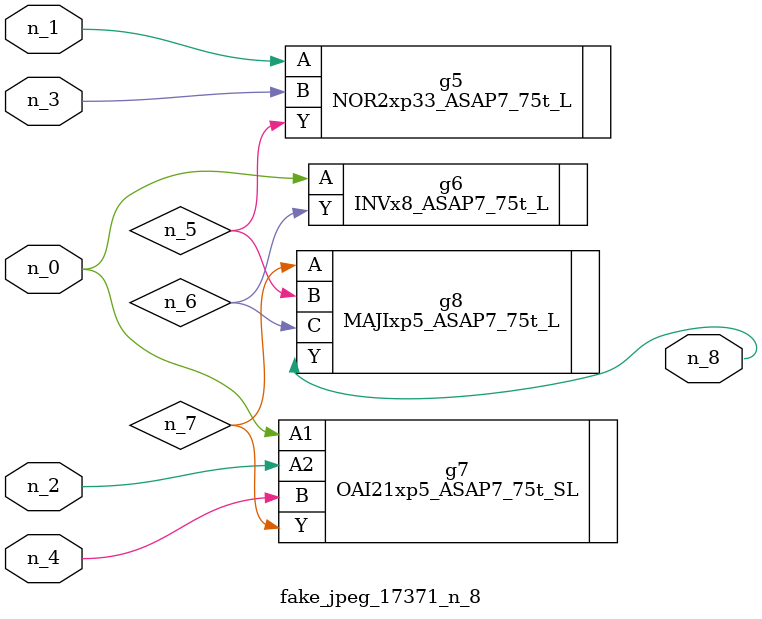
<source format=v>
module fake_jpeg_17371_n_8 (n_3, n_2, n_1, n_0, n_4, n_8);

input n_3;
input n_2;
input n_1;
input n_0;
input n_4;

output n_8;

wire n_6;
wire n_5;
wire n_7;

NOR2xp33_ASAP7_75t_L g5 ( 
.A(n_1),
.B(n_3),
.Y(n_5)
);

INVx8_ASAP7_75t_L g6 ( 
.A(n_0),
.Y(n_6)
);

OAI21xp5_ASAP7_75t_SL g7 ( 
.A1(n_0),
.A2(n_2),
.B(n_4),
.Y(n_7)
);

MAJIxp5_ASAP7_75t_L g8 ( 
.A(n_7),
.B(n_5),
.C(n_6),
.Y(n_8)
);


endmodule
</source>
